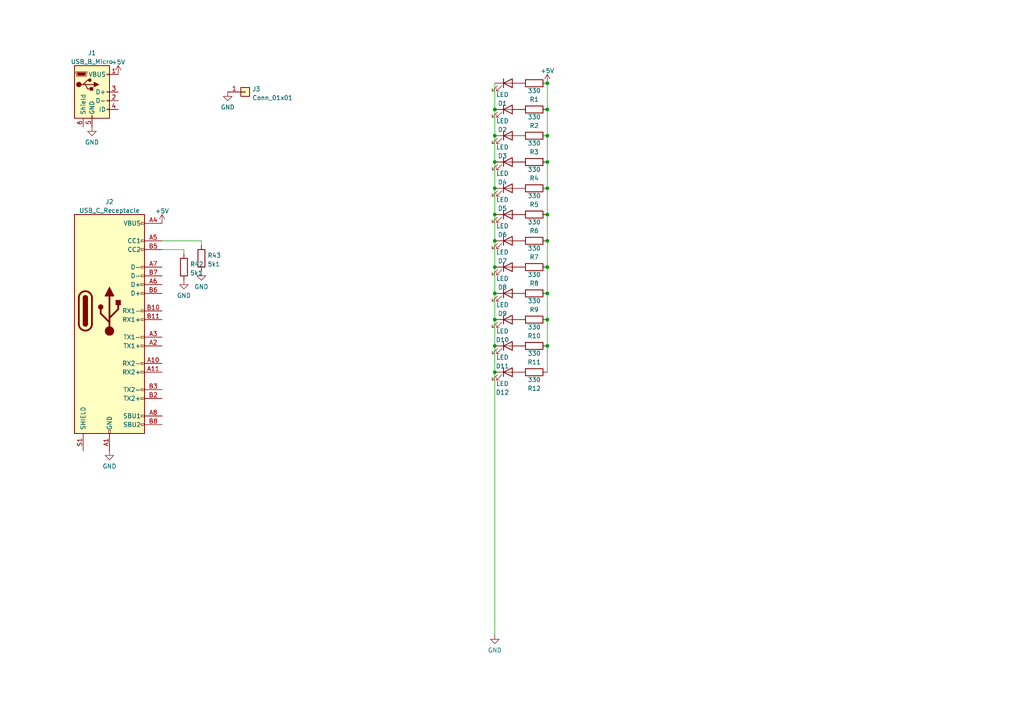
<source format=kicad_sch>
(kicad_sch (version 20211123) (generator eeschema)
  (paper "A4")
  (lib_symbols
    (symbol "Connector:USB_B_Micro" (pin_names (offset 1.016))
      (property "Reference" "J" (at -5.08 11.43 0))
      (property "Value" "USB_B_Micro" (at -5.08 8.89 0))
      (symbol "USB_B_Micro_0_1"
        (rectangle (start -5.08 -7.62) (end 5.08 7.62) (stroke (width 0.254)) (fill (type background)))
        (circle (center -3.81 2.159) (radius 0.635) (stroke (width 0.254)) (fill (type outline)))
        (circle (center -0.635 3.429) (radius 0.381) (stroke (width 0.254)) (fill (type outline)))
        (rectangle (start -0.127 -7.62) (end 0.127 -6.858))
        (polyline (pts (xy -1.905 2.159) (xy 0.635 2.159)) (stroke (width 0.254)))
        (polyline (pts (xy -3.175 2.159) (xy -2.54 2.159) (xy -1.27 3.429) (xy -0.635 3.429)) (stroke (width 0.254)))
        (polyline (pts (xy -2.54 2.159) (xy -1.905 2.159) (xy -1.27 0.889) (xy 0 0.889)) (stroke (width 0.254)))
        (polyline (pts (xy 0.635 2.794) (xy 0.635 1.524) (xy 1.905 2.159) (xy 0.635 2.794)) (stroke (width 0.254)) (fill (type outline)))
        (polyline (pts (xy -4.318 5.588) (xy -1.778 5.588) (xy -2.032 4.826) (xy -4.064 4.826) (xy -4.318 5.588)) (fill (type outline)))
        (polyline (pts (xy -4.699 5.842) (xy -4.699 5.588) (xy -4.445 4.826) (xy -4.445 4.572) (xy -1.651 4.572) (xy -1.651 4.826) (xy -1.397 5.588) (xy -1.397 5.842) (xy -4.699 5.842)))
        (rectangle (start 0.254 1.27) (end -0.508 0.508) (stroke (width 0.254)) (fill (type outline)))
        (rectangle (start 5.08 -5.207) (end 4.318 -4.953))
        (rectangle (start 5.08 -2.667) (end 4.318 -2.413))
        (rectangle (start 5.08 -0.127) (end 4.318 0.127))
        (rectangle (start 5.08 4.953) (end 4.318 5.207))
      )
      (symbol "USB_B_Micro_1_1"
        (pin power_out line (at 7.62 5.08 180) (length 2.54) (name "VBUS") (number "1"))
        (pin bidirectional line (at 7.62 -2.54 180) (length 2.54) (name "D-") (number "2"))
        (pin bidirectional line (at 7.62 0 180) (length 2.54) (name "D+") (number "3"))
        (pin passive line (at 7.62 -5.08 180) (length 2.54) (name "ID") (number "4"))
        (pin power_out line (at 0 -10.16 90) (length 2.54) (name "GND") (number "5"))
        (pin passive line (at -2.54 -10.16 90) (length 2.54) (name "Shield") (number "6"))
      )
    )
    (symbol "Connector:USB_C_Receptacle" (pin_names (offset 1.016))
      (property "Reference" "J" (at -10.16 29.21 0))
      (property "Value" "USB_C_Receptacle" (at 10.16 29.21 0))
      (symbol "USB_C_Receptacle_0_0"
        (rectangle (start -0.254 -35.56) (end 0.254 -34.544))
        (rectangle (start 10.16 -32.766) (end 9.144 -33.274))
        (rectangle (start 10.16 -30.226) (end 9.144 -30.734))
        (rectangle (start 10.16 -25.146) (end 9.144 -25.654))
        (rectangle (start 10.16 -22.606) (end 9.144 -23.114))
        (rectangle (start 10.16 -17.526) (end 9.144 -18.034))
        (rectangle (start 10.16 -14.986) (end 9.144 -15.494))
        (rectangle (start 10.16 -9.906) (end 9.144 -10.414))
        (rectangle (start 10.16 -7.366) (end 9.144 -7.874))
        (rectangle (start 10.16 -2.286) (end 9.144 -2.794))
        (rectangle (start 10.16 0.254) (end 9.144 -0.254))
        (rectangle (start 10.16 5.334) (end 9.144 4.826))
        (rectangle (start 10.16 7.874) (end 9.144 7.366))
        (rectangle (start 10.16 10.414) (end 9.144 9.906))
        (rectangle (start 10.16 12.954) (end 9.144 12.446))
        (rectangle (start 10.16 18.034) (end 9.144 17.526))
        (rectangle (start 10.16 20.574) (end 9.144 20.066))
        (rectangle (start 10.16 25.654) (end 9.144 25.146))
      )
      (symbol "USB_C_Receptacle_0_1"
        (rectangle (start -10.16 27.94) (end 10.16 -35.56) (stroke (width 0.254)) (fill (type background)))
        (arc (start -8.89 -3.81) (mid -6.985 -5.715) (end -5.08 -3.81) (stroke (width 0.508)))
        (arc (start -7.62 -3.81) (mid -6.985 -4.445) (end -6.35 -3.81) (stroke (width 0.254)))
        (arc (start -7.62 -3.81) (mid -6.985 -4.445) (end -6.35 -3.81) (stroke (width 0.254)) (fill (type outline)))
        (rectangle (start -7.62 -3.81) (end -6.35 3.81) (stroke (width 0.254)) (fill (type outline)))
        (arc (start -6.35 3.81) (mid -6.985 4.445) (end -7.62 3.81) (stroke (width 0.254)))
        (arc (start -6.35 3.81) (mid -6.985 4.445) (end -7.62 3.81) (stroke (width 0.254)) (fill (type outline)))
        (arc (start -5.08 3.81) (mid -6.985 5.715) (end -8.89 3.81) (stroke (width 0.508)))
        (polyline (pts (xy -8.89 -3.81) (xy -8.89 3.81)) (stroke (width 0.508)))
        (polyline (pts (xy -5.08 3.81) (xy -5.08 -3.81)) (stroke (width 0.508)))
      )
      (symbol "USB_C_Receptacle_1_1"
        (circle (center -2.54 1.143) (radius 0.635) (stroke (width 0.254)) (fill (type outline)))
        (circle (center 0 -5.842) (radius 1.27) (fill (type outline)))
        (polyline (pts (xy 0 -5.842) (xy 0 4.318)) (stroke (width 0.508)))
        (polyline (pts (xy 0 -3.302) (xy -2.54 -0.762) (xy -2.54 0.508)) (stroke (width 0.508)))
        (polyline (pts (xy 0 -2.032) (xy 2.54 0.508) (xy 2.54 1.778)) (stroke (width 0.508)))
        (polyline (pts (xy -1.27 4.318) (xy 0 6.858) (xy 1.27 4.318) (xy -1.27 4.318)) (stroke (width 0.254)) (fill (type outline)))
        (rectangle (start 1.905 1.778) (end 3.175 3.048) (stroke (width 0.254)) (fill (type outline)))
        (pin passive line (at 0 -40.64 90) (length 5.08) (name "GND") (number "A1"))
        (pin bidirectional line (at 15.24 -15.24 180) (length 5.08) (name "RX2-") (number "A10"))
        (pin bidirectional line (at 15.24 -17.78 180) (length 5.08) (name "RX2+") (number "A11"))
        (pin passive line (at 0 -40.64 90) (length 5.08) hide (name "GND") (number "A12"))
        (pin bidirectional line (at 15.24 -10.16 180) (length 5.08) (name "TX1+") (number "A2"))
        (pin bidirectional line (at 15.24 -7.62 180) (length 5.08) (name "TX1-") (number "A3"))
        (pin passive line (at 15.24 25.4 180) (length 5.08) (name "VBUS") (number "A4"))
        (pin bidirectional line (at 15.24 20.32 180) (length 5.08) (name "CC1") (number "A5"))
        (pin bidirectional line (at 15.24 7.62 180) (length 5.08) (name "D+") (number "A6"))
        (pin bidirectional line (at 15.24 12.7 180) (length 5.08) (name "D-") (number "A7"))
        (pin bidirectional line (at 15.24 -30.48 180) (length 5.08) (name "SBU1") (number "A8"))
        (pin passive line (at 15.24 25.4 180) (length 5.08) hide (name "VBUS") (number "A9"))
        (pin passive line (at 0 -40.64 90) (length 5.08) hide (name "GND") (number "B1"))
        (pin bidirectional line (at 15.24 0 180) (length 5.08) (name "RX1-") (number "B10"))
        (pin bidirectional line (at 15.24 -2.54 180) (length 5.08) (name "RX1+") (number "B11"))
        (pin passive line (at 0 -40.64 90) (length 5.08) hide (name "GND") (number "B12"))
        (pin bidirectional line (at 15.24 -25.4 180) (length 5.08) (name "TX2+") (number "B2"))
        (pin bidirectional line (at 15.24 -22.86 180) (length 5.08) (name "TX2-") (number "B3"))
        (pin passive line (at 15.24 25.4 180) (length 5.08) hide (name "VBUS") (number "B4"))
        (pin bidirectional line (at 15.24 17.78 180) (length 5.08) (name "CC2") (number "B5"))
        (pin bidirectional line (at 15.24 5.08 180) (length 5.08) (name "D+") (number "B6"))
        (pin bidirectional line (at 15.24 10.16 180) (length 5.08) (name "D-") (number "B7"))
        (pin bidirectional line (at 15.24 -33.02 180) (length 5.08) (name "SBU2") (number "B8"))
        (pin passive line (at 15.24 25.4 180) (length 5.08) hide (name "VBUS") (number "B9"))
        (pin passive line (at -7.62 -40.64 90) (length 5.08) (name "SHIELD") (number "S1"))
      )
    )
    (symbol "Connector_Generic:Conn_01x01" (pin_names (offset 1.016) hide)
      (property "Reference" "J" (at 0 2.54 0))
      (property "Value" "Conn_01x01" (at 0 -2.54 0))
      (symbol "Conn_01x01_1_1"
        (rectangle (start -1.27 0.127) (end 0 -0.127) (stroke (width 0.1524)))
        (rectangle (start -1.27 1.27) (end 1.27 -1.27) (stroke (width 0.254)) (fill (type background)))
        (pin passive line (at -5.08 0 0) (length 3.81) (name "Pin_1") (number "1"))
      )
    )
    (symbol "Device:LED" (pin_numbers hide) (pin_names (offset 1.016) hide)
      (property "Reference" "D" (at 0 2.54 0))
      (property "Value" "LED" (at 0 -2.54 0))
      (symbol "LED_0_1"
        (polyline (pts (xy -1.27 -1.27) (xy -1.27 1.27)) (stroke (width 0.254)))
        (polyline (pts (xy -1.27 0) (xy 1.27 0)))
        (polyline (pts (xy 1.27 -1.27) (xy 1.27 1.27) (xy -1.27 0) (xy 1.27 -1.27)) (stroke (width 0.254)))
        (polyline (pts (xy -3.048 -0.762) (xy -4.572 -2.286) (xy -3.81 -2.286) (xy -4.572 -2.286) (xy -4.572 -1.524)))
        (polyline (pts (xy -1.778 -0.762) (xy -3.302 -2.286) (xy -2.54 -2.286) (xy -3.302 -2.286) (xy -3.302 -1.524)))
      )
      (symbol "LED_1_1"
        (pin passive line (at -3.81 0 0) (length 2.54) (name "K") (number "1"))
        (pin passive line (at 3.81 0 180) (length 2.54) (name "A") (number "2"))
      )
    )
    (symbol "Device:R" (pin_numbers hide) (pin_names (offset 0))
      (property "Reference" "R" (at 2.032 0 90))
      (property "Value" "R" (at 0 0 90))
      (symbol "R_0_1"
        (rectangle (start -1.016 -2.54) (end 1.016 2.54) (stroke (width 0.254)))
      )
      (symbol "R_1_1"
        (pin passive line (at 0 3.81 270) (length 1.27) (name "~") (number "1"))
        (pin passive line (at 0 -3.81 90) (length 1.27) (name "~") (number "2"))
      )
    )
    (symbol "power:+5V" (power) (pin_names (offset 0))
      (property "Value" "+5V" (at 0 3.556 0))
      (symbol "+5V_0_1"
        (polyline (pts (xy -0.762 1.27) (xy 0 2.54)))
        (polyline (pts (xy 0 0) (xy 0 2.54)))
        (polyline (pts (xy 0 2.54) (xy 0.762 1.27)))
      )
      (symbol "+5V_1_1"
        (pin power_in line (at 0 0 90) (length 0) hide (name "+5V") (number "1"))
      )
    )
    (symbol "power:GND" (power) (pin_names (offset 0))
      (property "Value" "GND" (at 0 -3.81 0))
      (symbol "GND_0_1"
        (polyline (pts (xy 0 0) (xy 0 -1.27) (xy 1.27 -1.27) (xy 0 -2.54) (xy -1.27 -1.27) (xy 0 -1.27)))
      )
      (symbol "GND_1_1"
        (pin power_in line (at 0 0 270) (length 0) hide (name "GND") (number "1"))
      )
    )
  )
  (junction (at 143.51 46.99))
  (junction (at 143.51 92.71))
  (junction (at 158.75 100.33))
  (junction (at 158.75 62.23))
  (junction (at 158.75 31.75))
  (junction (at 158.75 92.71))
  (junction (at 143.51 39.37))
  (junction (at 158.75 77.47))
  (junction (at 158.75 39.37))
  (junction (at 143.51 62.23))
  (junction (at 158.75 54.61))
  (junction (at 158.75 85.09))
  (junction (at 143.51 107.95))
  (junction (at 143.51 100.33))
  (junction (at 143.51 69.85))
  (junction (at 143.51 54.61))
  (junction (at 158.75 69.85))
  (junction (at 158.75 46.99))
  (junction (at 143.51 77.47))
  (junction (at 143.51 31.75))
  (junction (at 158.75 24.13))
  (junction (at 143.51 85.09))
  (wire (pts (xy 158.75 31.75) (xy 158.75 39.37)))
  (wire (pts (xy 58.42 69.85) (xy 58.42 71.12)))
  (wire (pts (xy 158.75 85.09) (xy 158.75 92.71)))
  (wire (pts (xy 158.75 92.71) (xy 158.75 100.33)))
  (wire (pts (xy 143.51 107.95) (xy 143.51 184.15)))
  (wire (pts (xy 143.51 85.09) (xy 143.51 92.71)))
  (wire (pts (xy 158.75 100.33) (xy 158.75 107.95)))
  (wire (pts (xy 143.51 31.75) (xy 143.51 39.37)))
  (wire (pts (xy 158.75 54.61) (xy 158.75 62.23)))
  (wire (pts (xy 143.51 54.61) (xy 143.51 62.23)))
  (wire (pts (xy 143.51 39.37) (xy 143.51 46.99)))
  (wire (pts (xy 143.51 62.23) (xy 143.51 69.85)))
  (wire (pts (xy 143.51 100.33) (xy 143.51 107.95)))
  (wire (pts (xy 53.34 72.39) (xy 53.34 73.66)))
  (wire (pts (xy 46.99 69.85) (xy 58.42 69.85)))
  (wire (pts (xy 158.75 77.47) (xy 158.75 85.09)))
  (wire (pts (xy 158.75 62.23) (xy 158.75 69.85)))
  (wire (pts (xy 158.75 24.13) (xy 158.75 31.75)))
  (wire (pts (xy 143.51 24.13) (xy 143.51 31.75)))
  (wire (pts (xy 143.51 77.47) (xy 143.51 85.09)))
  (wire (pts (xy 143.51 46.99) (xy 143.51 54.61)))
  (wire (pts (xy 158.75 39.37) (xy 158.75 46.99)))
  (wire (pts (xy 46.99 72.39) (xy 53.34 72.39)))
  (wire (pts (xy 143.51 92.71) (xy 143.51 100.33)))
  (wire (pts (xy 143.51 69.85) (xy 143.51 77.47)))
  (wire (pts (xy 158.75 46.99) (xy 158.75 54.61)))
  (wire (pts (xy 158.75 69.85) (xy 158.75 77.47)))
  (symbol (lib_id "Device:LED") (at 147.32 85.09 0) (unit 1)
    (property "Reference" "D9" (at 145.7325 90.9488 0))
    (property "Value" "LED" (at 145.7325 88.4119 0))
    (property "Footprint" "meteopress:D_0802_side_woSilk" (effects hide))
    (property "LCSC" "C2827268" (effects hide))
  )
  (symbol (lib_id "Connector_Generic:Conn_01x01") (at 71.12 26.67 0) (unit 1)
    (property "Reference" "J3" (at 73.152 25.8353 0) (effects (justify left)))
    (property "Value" "Conn_01x01" (at 73.152 28.3722 0) (effects (justify left)))
    (property "Footprint" "meteopress:MeteopressLogo_Bare_Inv_60x6" (effects hide))
  )
  (symbol (lib_id "Device:R") (at 58.42 74.93 180) (unit 1)
    (property "Reference" "R43" (at 60.198 74.0953 0) (effects (justify right)))
    (property "Value" "5k1" (at 60.198 76.6322 0) (effects (justify right)))
    (property "Footprint" "meteopress:D_0402_woSilk" (effects hide))
    (property "LCSC" "C144745" (effects hide))
  )
  (symbol (lib_id "power:GND") (at 53.34 81.28 0) (unit 1)
    (property "Reference" "#PWR0107" (effects hide))
    (property "Value" "GND" (at 53.34 85.7234 0))
  )
  (symbol (lib_id "power:+5V") (at 46.99 64.77 0) (unit 1)
    (property "Reference" "#PWR0103" (effects hide))
    (property "Value" "+5V" (at 46.99 61.1942 0))
  )
  (symbol (lib_id "power:GND") (at 58.42 78.74 0) (unit 1)
    (property "Reference" "#PWR01" (effects hide))
    (property "Value" "GND" (at 58.42 83.1834 0))
  )
  (symbol (lib_id "Device:R") (at 154.94 31.75 90) (unit 1)
    (property "Reference" "R2" (at 154.94 36.4658 90))
    (property "Value" "330" (at 154.94 33.9289 90))
    (property "Footprint" "meteopress:R_0201_woSilk" (effects hide))
    (property "LCSC" "C473445" (effects hide))
  )
  (symbol (lib_id "Device:LED") (at 147.32 24.13 0) (unit 1)
    (property "Reference" "D1" (at 145.7325 29.9888 0))
    (property "Value" "LED" (at 145.7325 27.4519 0))
    (property "Footprint" "meteopress:D_0802_side_woSilk" (effects hide))
    (property "LCSC" "C2827268" (effects hide))
  )
  (symbol (lib_id "Device:R") (at 154.94 54.61 90) (unit 1)
    (property "Reference" "R5" (at 154.94 59.3258 90))
    (property "Value" "330" (at 154.94 56.7889 90))
    (property "Footprint" "meteopress:R_0201_woSilk" (effects hide))
    (property "LCSC" "C473445" (effects hide))
  )
  (symbol (lib_id "power:GND") (at 26.67 36.83 0) (unit 1)
    (property "Reference" "#PWR0102" (effects hide))
    (property "Value" "GND" (at 26.67 41.2734 0))
  )
  (symbol (lib_id "power:GND") (at 143.51 184.15 0) (unit 1)
    (property "Reference" "#PWR0106" (effects hide))
    (property "Value" "GND" (at 143.51 188.5934 0))
  )
  (symbol (lib_id "Device:LED") (at 147.32 39.37 0) (unit 1)
    (property "Reference" "D3" (at 145.7325 45.2288 0))
    (property "Value" "LED" (at 145.7325 42.6919 0))
    (property "Footprint" "meteopress:D_0802_side_woSilk" (effects hide))
    (property "LCSC" "C2827268" (effects hide))
  )
  (symbol (lib_id "Connector:USB_B_Micro") (at 26.67 26.67 0) (unit 1)
    (property "Reference" "J1" (at 26.67 15.3502 0))
    (property "Value" "USB_B_Micro" (at 26.67 17.8871 0))
    (property "Footprint" "meteopress:PCB-USB-micro" (effects hide))
  )
  (symbol (lib_id "Device:R") (at 154.94 107.95 90) (unit 1)
    (property "Reference" "R12" (at 154.94 112.6658 90))
    (property "Value" "330" (at 154.94 110.1289 90))
    (property "Footprint" "meteopress:R_0201_woSilk" (effects hide))
    (property "LCSC" "C473445" (effects hide))
  )
  (symbol (lib_id "power:+5V") (at 158.75 24.13 0) (unit 1)
    (property "Reference" "#PWR0105" (effects hide))
    (property "Value" "+5V" (at 158.75 20.5542 0))
  )
  (symbol (lib_id "Device:R") (at 154.94 85.09 90) (unit 1)
    (property "Reference" "R9" (at 154.94 89.8058 90))
    (property "Value" "330" (at 154.94 87.2689 90))
    (property "Footprint" "meteopress:R_0201_woSilk" (effects hide))
    (property "LCSC" "C473445" (effects hide))
  )
  (symbol (lib_id "Connector:USB_C_Receptacle") (at 31.75 90.17 0) (unit 1)
    (property "Reference" "J2" (at 31.75 58.5302 0))
    (property "Value" "USB_C_Receptacle" (at 31.75 61.0671 0))
    (property "Footprint" "meteopress:PCB-USB-C_straight" (effects hide))
    (property "Datasheet" "https://www.usb.org/sites/default/files/documents/usb_type-c.zip" (effects hide))
  )
  (symbol (lib_id "Device:LED") (at 147.32 46.99 0) (unit 1)
    (property "Reference" "D4" (at 145.7325 52.8488 0))
    (property "Value" "LED" (at 145.7325 50.3119 0))
    (property "Footprint" "meteopress:D_0802_side_woSilk" (effects hide))
    (property "LCSC" "C2827268" (effects hide))
  )
  (symbol (lib_id "power:GND") (at 31.75 130.81 0) (unit 1)
    (property "Reference" "#PWR0104" (effects hide))
    (property "Value" "GND" (at 31.75 135.2534 0))
  )
  (symbol (lib_id "Device:R") (at 154.94 69.85 90) (unit 1)
    (property "Reference" "R7" (at 154.94 74.5658 90))
    (property "Value" "330" (at 154.94 72.0289 90))
    (property "Footprint" "meteopress:R_0201_woSilk" (effects hide))
    (property "LCSC" "C473445" (effects hide))
  )
  (symbol (lib_id "Device:R") (at 154.94 100.33 90) (unit 1)
    (property "Reference" "R11" (at 154.94 105.0458 90))
    (property "Value" "330" (at 154.94 102.5089 90))
    (property "Footprint" "meteopress:R_0201_woSilk" (effects hide))
    (property "LCSC" "C473445" (effects hide))
  )
  (symbol (lib_id "Device:LED") (at 147.32 54.61 0) (unit 1)
    (property "Reference" "D5" (at 145.7325 60.4688 0))
    (property "Value" "LED" (at 145.7325 57.9319 0))
    (property "Footprint" "meteopress:D_0802_side_woSilk" (effects hide))
    (property "LCSC" "C2827268" (effects hide))
  )
  (symbol (lib_id "power:GND") (at 66.04 26.67 0) (unit 1)
    (property "Reference" "#PWR0108" (effects hide))
    (property "Value" "GND" (at 66.04 31.1134 0))
  )
  (symbol (lib_id "Device:LED") (at 147.32 69.85 0) (unit 1)
    (property "Reference" "D7" (at 145.7325 75.7088 0))
    (property "Value" "LED" (at 145.7325 73.1719 0))
    (property "Footprint" "meteopress:D_0802_side_woSilk" (effects hide))
    (property "LCSC" "C2827268" (effects hide))
  )
  (symbol (lib_id "power:+5V") (at 34.29 21.59 0) (unit 1)
    (property "Reference" "#PWR0101" (effects hide))
    (property "Value" "+5V" (at 34.29 18.0142 0))
  )
  (symbol (lib_id "Device:LED") (at 147.32 100.33 0) (unit 1)
    (property "Reference" "D11" (at 145.7325 106.1888 0))
    (property "Value" "LED" (at 145.7325 103.6519 0))
    (property "Footprint" "meteopress:D_0802_side_woSilk" (effects hide))
    (property "LCSC" "C2827268" (effects hide))
  )
  (symbol (lib_id "Device:R") (at 154.94 77.47 90) (unit 1)
    (property "Reference" "R8" (at 154.94 82.1858 90))
    (property "Value" "330" (at 154.94 79.6489 90))
    (property "Footprint" "meteopress:R_0201_woSilk" (effects hide))
    (property "LCSC" "C473445" (effects hide))
  )
  (symbol (lib_id "Device:R") (at 53.34 77.47 180) (unit 1)
    (property "Reference" "R42" (at 55.118 76.6353 0) (effects (justify right)))
    (property "Value" "5k1" (at 55.118 79.1722 0) (effects (justify right)))
    (property "Footprint" "meteopress:D_0402_woSilk" (effects hide))
    (property "LCSC" "C144745" (effects hide))
  )
  (symbol (lib_id "Device:LED") (at 147.32 107.95 0) (unit 1)
    (property "Reference" "D12" (at 145.7325 113.8088 0))
    (property "Value" "LED" (at 145.7325 111.2719 0))
    (property "Footprint" "meteopress:D_0802_side_woSilk" (effects hide))
    (property "LCSC" "C2827268" (effects hide))
  )
  (symbol (lib_id "Device:R") (at 154.94 46.99 90) (unit 1)
    (property "Reference" "R4" (at 154.94 51.7058 90))
    (property "Value" "330" (at 154.94 49.1689 90))
    (property "Footprint" "meteopress:R_0201_woSilk" (effects hide))
    (property "LCSC" "C473445" (effects hide))
  )
  (symbol (lib_id "Device:LED") (at 147.32 62.23 0) (unit 1)
    (property "Reference" "D6" (at 145.7325 68.0888 0))
    (property "Value" "LED" (at 145.7325 65.5519 0))
    (property "Footprint" "meteopress:D_0802_side_woSilk" (effects hide))
    (property "LCSC" "C2827268" (effects hide))
  )
  (symbol (lib_id "Device:LED") (at 147.32 92.71 0) (unit 1)
    (property "Reference" "D10" (at 145.7325 98.5688 0))
    (property "Value" "LED" (at 145.7325 96.0319 0))
    (property "Footprint" "meteopress:D_0802_side_woSilk" (effects hide))
    (property "LCSC" "C2827268" (effects hide))
  )
  (symbol (lib_id "Device:R") (at 154.94 39.37 90) (unit 1)
    (property "Reference" "R3" (at 154.94 44.0858 90))
    (property "Value" "330" (at 154.94 41.5489 90))
    (property "Footprint" "meteopress:R_0201_woSilk" (effects hide))
    (property "LCSC" "C473445" (effects hide))
  )
  (symbol (lib_id "Device:LED") (at 147.32 31.75 0) (unit 1)
    (property "Reference" "D2" (at 145.7325 37.6088 0))
    (property "Value" "LED" (at 145.7325 35.0719 0))
    (property "Footprint" "meteopress:D_0802_side_woSilk" (effects hide))
    (property "LCSC" "C2827268" (effects hide))
  )
  (symbol (lib_id "Device:R") (at 154.94 92.71 90) (unit 1)
    (property "Reference" "R10" (at 154.94 97.4258 90))
    (property "Value" "330" (at 154.94 94.8889 90))
    (property "Footprint" "meteopress:R_0201_woSilk" (effects hide))
    (property "LCSC" "C473445" (effects hide))
  )
  (symbol (lib_id "Device:R") (at 154.94 62.23 90) (unit 1)
    (property "Reference" "R6" (at 154.94 66.9458 90))
    (property "Value" "330" (at 154.94 64.4089 90))
    (property "Footprint" "meteopress:R_0201_woSilk" (effects hide))
    (property "LCSC" "C473445" (effects hide))
  )
  (symbol (lib_id "Device:LED") (at 147.32 77.47 0) (unit 1)
    (property "Reference" "D8" (at 145.7325 83.3288 0))
    (property "Value" "LED" (at 145.7325 80.7919 0))
    (property "Footprint" "meteopress:D_0802_side_woSilk" (effects hide))
    (property "LCSC" "C2827268" (effects hide))
  )
  (symbol (lib_id "Device:R") (at 154.94 24.13 90) (unit 1)
    (property "Reference" "R1" (at 154.94 28.8458 90))
    (property "Value" "330" (at 154.94 26.3089 90))
    (property "Footprint" "meteopress:R_0201_woSilk" (effects hide))
    (property "LCSC" "C473445" (effects hide))
  )
)
</source>
